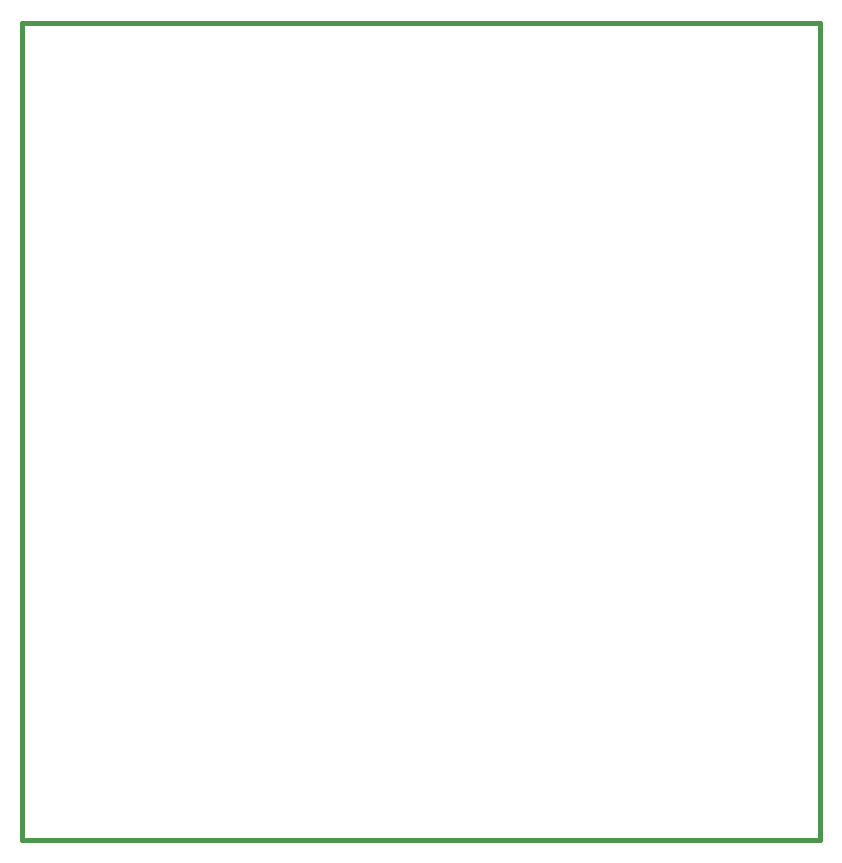
<source format=gbr>
G04 (created by PCBNEW-RS274X (2011-03-30 BZR 2932)-stable) date 30/04/2011 07:18:35 p.m.*
G01*
G70*
G90*
%MOIN*%
G04 Gerber Fmt 3.4, Leading zero omitted, Abs format*
%FSLAX34Y34*%
G04 APERTURE LIST*
%ADD10C,0.006000*%
%ADD11C,0.015000*%
G04 APERTURE END LIST*
G54D10*
G54D11*
X09200Y-08750D02*
X09200Y-09350D01*
X35800Y-08750D02*
X09200Y-08750D01*
X35800Y-36000D02*
X35800Y-08750D01*
X09200Y-36000D02*
X35800Y-36000D01*
X09200Y-09300D02*
X09200Y-36000D01*
M02*

</source>
